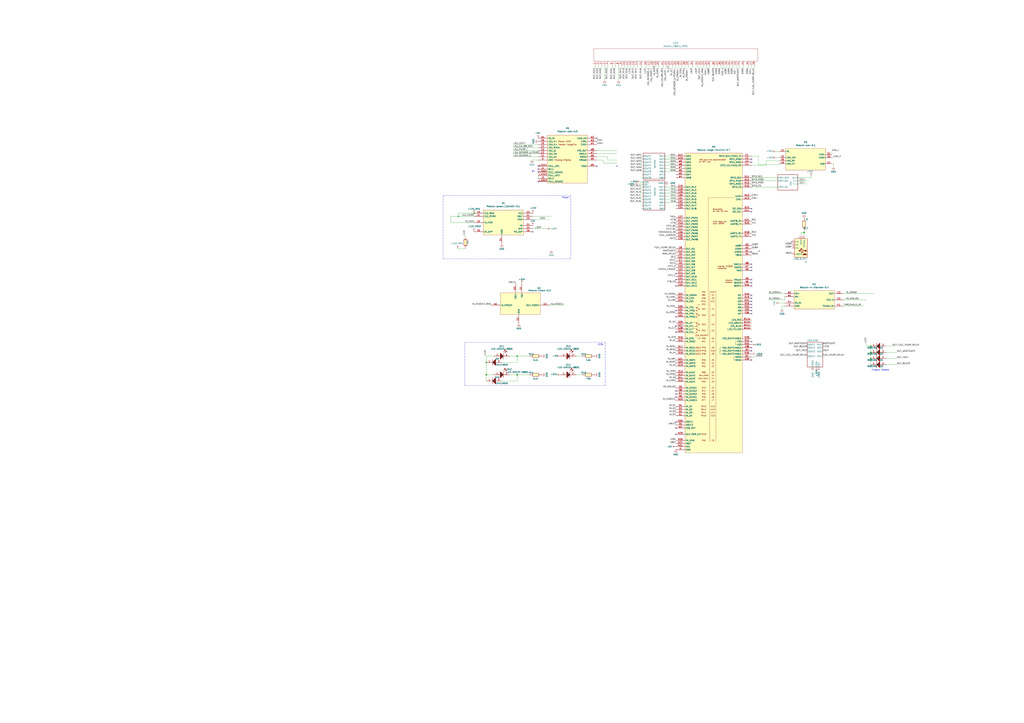
<source format=kicad_sch>
(kicad_sch (version 20231120) (generator "eeschema") (generator_version "8.0")
  (paper "A1")
  (junction (at 715.01 284.48))
  (junction (at 399.415 307.975) (diameter 1.016))
  (junction (at 376.555 177.8))
  (junction (at 660.4 191.135) (diameter 1.016))
  (junction (at 715.01 289.56))
  (junction (at 389.255 175.26))
  (junction (at 424.815 292.735) (diameter 1.016))
  (junction (at 715.01 294.64))
  (junction (at 399.415 297.815))
  (junction (at 424.815 307.975) (diameter 1.016))
  (no_connect (at 554.99 356.87))
  (no_connect (at 617.22 133.35))
  (no_connect (at 554.99 234.95))
  (no_connect (at 617.22 219.71))
  (no_connect (at 554.99 323.85))
  (no_connect (at 554.99 273.05))
  (no_connect (at 441.96 141.605))
  (no_connect (at 617.22 252.73))
  (no_connect (at 554.99 267.97))
  (no_connect (at 617.22 247.65))
  (no_connect (at 617.22 280.67))
  (no_connect (at 617.22 257.81))
  (no_connect (at 506.73 136.525))
  (no_connect (at 617.22 295.91))
  (no_connect (at 441.96 149.225))
  (no_connect (at 617.22 229.87))
  (no_connect (at 617.22 130.81))
  (no_connect (at 623.57 206.375))
  (no_connect (at 617.22 232.41))
  (no_connect (at 617.22 173.99))
  (no_connect (at 617.22 250.19))
  (no_connect (at 554.99 351.79))
  (no_connect (at 617.22 222.25))
  (no_connect (at 441.96 136.525))
  (no_connect (at 490.22 136.525))
  (no_connect (at 617.22 245.11))
  (no_connect (at 617.22 242.57))
  (no_connect (at 617.22 207.01))
  (no_connect (at 554.99 229.87))
  (no_connect (at 554.99 255.27))
  (no_connect (at 617.22 285.75))
  (no_connect (at 650.24 198.755))
  (no_connect (at 437.515 190.5))
  (no_connect (at 554.99 326.39))
  (no_connect (at 441.96 139.065))
  (no_connect (at 617.22 288.29))
  (no_connect (at 554.99 321.31))
  (no_connect (at 617.22 171.45))
  (no_connect (at 617.22 255.27))
  (no_connect (at 554.99 224.79))
  (no_connect (at 554.99 346.71))
  (no_connect (at 617.22 217.17))
  (no_connect (at 490.22 113.665))
  (no_connect (at 554.99 260.35))
  (no_connect (at 617.22 234.95))
  (wire (pts (xy 546.1 135.89) (xy 554.99 135.89)))
  (polyline (pts (xy 468.63 212.725) (xy 468.63 160.655)) (stroke (width 0) (type dash)))
  (wire (pts (xy 727.71 294.64) (xy 736.6 294.64)))
  (wire (pts (xy 727.71 299.72) (xy 736.6 299.72)))
  (wire (pts (xy 424.815 307.975) (xy 434.975 307.975)))
  (wire (pts (xy 644.525 243.84) (xy 644.525 246.38)))
  (wire (pts (xy 526.415 149.86) (xy 528.32 149.86)))
  (wire (pts (xy 421.64 118.745) (xy 441.96 118.745)))
  (wire (pts (xy 655.32 146.05) (xy 666.115 146.05)))
  (wire (pts (xy 510.54 53.975) (xy 510.54 55.88)))
  (wire (pts (xy 617.22 53.975) (xy 617.22 55.88)))
  (wire (pts (xy 376.555 175.26) (xy 389.255 175.26)))
  (wire (pts (xy 526.415 149.225) (xy 526.415 149.86)))
  (wire (pts (xy 577.85 53.975) (xy 577.85 55.88)))
  (wire (pts (xy 683.26 124.46) (xy 683.26 127)))
  (polyline (pts (xy 363.855 160.655) (xy 363.855 212.725)) (stroke (width 0) (type dash)))
  (wire (pts (xy 375.92 204.47) (xy 382.27 204.47)))
  (wire (pts (xy 631.19 246.38) (xy 644.525 246.38)))
  (wire (pts (xy 554.99 53.975) (xy 554.99 55.88)))
  (wire (pts (xy 629.285 132.08) (xy 629.285 135.89)))
  (wire (pts (xy 557.53 53.975) (xy 557.53 55.88)))
  (wire (pts (xy 715.01 294.64) (xy 716.28 294.64)))
  (wire (pts (xy 527.05 135.89) (xy 528.32 135.89)))
  (wire (pts (xy 637.54 129.54) (xy 640.08 129.54)))
  (wire (pts (xy 727.71 289.56) (xy 736.6 289.56)))
  (wire (pts (xy 660.4 191.135) (xy 660.4 193.675)))
  (polyline (pts (xy 468.63 160.655) (xy 363.855 160.655)) (stroke (width 0) (type dash)))
  (wire (pts (xy 642.239 251.46) (xy 642.239 254)))
  (wire (pts (xy 527.05 128.27) (xy 528.32 128.27)))
  (wire (pts (xy 421.64 123.825) (xy 441.96 123.825)))
  (wire (pts (xy 568.96 55.88) (xy 568.96 53.975)))
  (wire (pts (xy 546.1 163.83) (xy 554.99 163.83)))
  (wire (pts (xy 527.05 130.81) (xy 528.32 130.81)))
  (wire (pts (xy 520.7 53.975) (xy 520.7 55.88)))
  (wire (pts (xy 526.415 161.29) (xy 528.32 161.29)))
  (wire (pts (xy 541.02 53.975) (xy 541.02 55.88)))
  (wire (pts (xy 490.22 128.905) (xy 499.11 128.905)))
  (wire (pts (xy 586.74 53.975) (xy 586.74 55.88)))
  (wire (pts (xy 544.83 53.975) (xy 544.83 55.88)))
  (wire (pts (xy 502.92 53.975) (xy 502.92 55.88)))
  (wire (pts (xy 490.22 131.445) (xy 495.3 131.445)))
  (wire (pts (xy 546.1 133.35) (xy 554.99 133.35)))
  (wire (pts (xy 660.4 191.135) (xy 657.86 191.135)))
  (wire (pts (xy 525.78 149.225) (xy 526.415 149.225)))
  (wire (pts (xy 619.76 53.975) (xy 619.76 55.88)))
  (wire (pts (xy 399.415 292.735) (xy 399.415 297.815)))
  (wire (pts (xy 715.01 294.64) (xy 715.01 299.72)))
  (wire (pts (xy 617.22 153.67) (xy 638.81 153.67)))
  (wire (pts (xy 617.22 135.89) (xy 629.285 135.89)))
  (wire (pts (xy 527.05 151.765) (xy 528.32 151.765)))
  (wire (pts (xy 437.515 177.8) (xy 452.755 177.8)))
  (wire (pts (xy 614.68 53.975) (xy 614.68 55.88)))
  (wire (pts (xy 547.37 53.975) (xy 547.37 55.88)))
  (wire (pts (xy 572.77 53.975) (xy 572.77 55.88)))
  (wire (pts (xy 660.4 189.23) (xy 660.4 191.135)))
  (wire (pts (xy 683.26 129.54) (xy 684.53 129.54)))
  (wire (pts (xy 546.1 138.43) (xy 554.99 138.43)))
  (wire (pts (xy 513.08 53.975) (xy 513.08 55.88)))
  (wire (pts (xy 412.115 297.815) (xy 424.815 297.815)))
  (wire (pts (xy 530.86 53.975) (xy 530.86 55.88)))
  (wire (pts (xy 631.19 241.3) (xy 644.525 241.3)))
  (wire (pts (xy 644.525 251.46) (xy 642.239 251.46)))
  (wire (pts (xy 601.98 53.975) (xy 601.98 55.88)))
  (polyline (pts (xy 381.635 316.865) (xy 497.205 316.865)) (stroke (width 0) (type dash)))
  (wire (pts (xy 589.28 53.975) (xy 589.28 55.88)))
  (wire (pts (xy 490.22 126.365) (xy 506.73 126.365)))
  (wire (pts (xy 684.53 134.62) (xy 684.53 137.16)))
  (wire (pts (xy 389.255 182.88) (xy 370.205 182.88)))
  (wire (pts (xy 655.32 151.13) (xy 662.94 151.13)))
  (wire (pts (xy 421.64 128.905) (xy 441.96 128.905)))
  (wire (pts (xy 711.835 284.48) (xy 715.01 284.48)))
  (wire (pts (xy 496.57 53.975) (xy 496.57 66.04)))
  (wire (pts (xy 526.415 166.37) (xy 528.32 166.37)))
  (wire (pts (xy 424.815 292.735) (xy 418.465 292.735)))
  (wire (pts (xy 617.22 148.59) (xy 638.81 148.59)))
  (wire (pts (xy 591.82 53.975) (xy 591.82 55.88)))
  (wire (pts (xy 526.415 168.91) (xy 528.32 168.91)))
  (wire (pts (xy 424.815 297.815) (xy 424.815 292.735)))
  (wire (pts (xy 582.93 53.975) (xy 582.93 55.88)))
  (wire (pts (xy 617.22 146.05) (xy 638.81 146.05)))
  (wire (pts (xy 526.415 156.21) (xy 528.32 156.21)))
  (wire (pts (xy 560.07 53.975) (xy 560.07 55.88)))
  (wire (pts (xy 546.1 130.81) (xy 554.99 130.81)))
  (wire (pts (xy 527.05 53.975) (xy 527.05 55.88)))
  (wire (pts (xy 655.32 148.59) (xy 662.94 148.59)))
  (wire (pts (xy 692.785 251.46) (xy 709.295 251.46)))
  (wire (pts (xy 552.45 53.975) (xy 552.45 55.88)))
  (wire (pts (xy 515.62 53.975) (xy 515.62 55.88)))
  (wire (pts (xy 546.1 161.29) (xy 554.99 161.29)))
  (polyline (pts (xy 381.635 316.865) (xy 381.635 281.305)) (stroke (width 0) (type dash)))
  (wire (pts (xy 508 53.975) (xy 508 66.04)))
  (wire (pts (xy 546.1 128.27) (xy 554.99 128.27)))
  (wire (pts (xy 692.785 241.3) (xy 718.185 241.3)))
  (wire (pts (xy 424.815 313.055) (xy 424.815 307.975)))
  (wire (pts (xy 488.95 53.975) (xy 488.95 55.88)))
  (wire (pts (xy 599.44 53.975) (xy 599.44 55.88)))
  (wire (pts (xy 580.39 53.975) (xy 580.39 55.88)))
  (wire (pts (xy 617.22 128.27) (xy 622.935 128.27)))
  (wire (pts (xy 527.05 140.97) (xy 528.32 140.97)))
  (wire (pts (xy 405.765 292.735) (xy 399.415 292.735)))
  (wire (pts (xy 621.03 293.37) (xy 617.22 293.37)))
  (wire (pts (xy 421.64 126.365) (xy 441.96 126.365)))
  (wire (pts (xy 376.555 175.26) (xy 376.555 177.8)))
  (wire (pts (xy 424.815 307.975) (xy 418.465 307.975)))
  (wire (pts (xy 473.075 292.735) (xy 478.155 292.735)))
  (wire (pts (xy 546.1 158.75) (xy 554.99 158.75)))
  (wire (pts (xy 436.88 131.445) (xy 441.96 131.445)))
  (wire (pts (xy 405.765 307.975) (xy 399.415 307.975)))
  (wire (pts (xy 526.415 158.75) (xy 528.32 158.75)))
  (wire (pts (xy 546.1 166.37) (xy 554.99 166.37)))
  (wire (pts (xy 610.87 53.975) (xy 610.87 55.88)))
  (wire (pts (xy 437.515 180.34) (xy 450.215 180.34)))
  (polyline (pts (xy 497.205 281.305) (xy 497.205 316.865)) (stroke (width 0) (type dash)))
  (wire (pts (xy 692.785 246.38) (xy 711.835 246.38)))
  (wire (pts (xy 629.285 132.08) (xy 640.08 132.08)))
  (wire (pts (xy 527.05 133.35) (xy 528.32 133.35)))
  (wire (pts (xy 526.415 171.45) (xy 528.32 171.45)))
  (wire (pts (xy 546.1 156.21) (xy 554.99 156.21)))
  (wire (pts (xy 448.945 187.96) (xy 437.515 187.96)))
  (wire (pts (xy 399.415 297.815) (xy 399.415 307.975)))
  (wire (pts (xy 399.415 307.975) (xy 399.415 313.055)))
  (wire (pts (xy 711.835 282.575) (xy 711.835 284.48)))
  (polyline (pts (xy 381.635 281.305) (xy 497.205 281.305)) (stroke (width 0) (type dash)))
  (wire (pts (xy 518.16 53.975) (xy 518.16 55.88)))
  (wire (pts (xy 499.11 128.905) (xy 499.11 131.445)))
  (wire (pts (xy 473.075 307.975) (xy 478.155 307.975)))
  (polyline (pts (xy 363.855 212.725) (xy 468.63 212.725)) (stroke (width 0) (type dash)))
  (wire (pts (xy 607.06 53.975) (xy 607.06 55.88)))
  (wire (pts (xy 499.11 131.445) (xy 506.73 131.445)))
  (wire (pts (xy 441.96 144.145) (xy 441.96 146.685)))
  (wire (pts (xy 495.3 133.985) (xy 506.73 133.985)))
  (wire (pts (xy 596.9 53.975) (xy 596.9 55.88)))
  (wire (pts (xy 666.115 146.05) (xy 666.115 144.78)))
  (wire (pts (xy 526.415 153.67) (xy 528.32 153.67)))
  (wire (pts (xy 640.207 248.92) (xy 644.525 248.92)))
  (wire (pts (xy 499.11 53.975) (xy 499.11 55.88)))
  (wire (pts (xy 527.05 138.43) (xy 528.32 138.43)))
  (wire (pts (xy 490.22 123.825) (xy 506.73 123.825)))
  (wire (pts (xy 527.05 146.05) (xy 528.32 146.05)))
  (wire (pts (xy 562.61 53.975) (xy 562.61 55.88)))
  (wire (pts (xy 715.01 284.48) (xy 715.01 289.56)))
  (wire (pts (xy 565.15 53.975) (xy 565.15 55.88)))
  (wire (pts (xy 594.36 53.975) (xy 594.36 55.88)))
  (wire (pts (xy 683.26 134.62) (xy 684.53 134.62)))
  (wire (pts (xy 491.49 53.975) (xy 491.49 55.88)))
  (wire (pts (xy 727.71 284.48) (xy 732.79 284.48)))
  (wire (pts (xy 526.415 163.83) (xy 528.32 163.83)))
  (wire (pts (xy 421.64 121.285) (xy 441.96 121.285)))
  (wire (pts (xy 505.46 53.975) (xy 505.46 55.88)))
  (wire (pts (xy 640.08 135.255) (xy 640.08 134.62)))
  (wire (pts (xy 622.935 128.27) (xy 622.935 135.255)))
  (wire (pts (xy 523.24 53.975) (xy 523.24 55.88)))
  (wire (pts (xy 715.01 289.56) (xy 715.01 294.64)))
  (wire (pts (xy 546.1 153.67) (xy 554.99 153.67)))
  (wire (pts (xy 533.4 53.975) (xy 533.4 55.88)))
  (wire (pts (xy 424.815 292.735) (xy 434.975 292.735)))
  (wire (pts (xy 657.86 191.135) (xy 657.86 193.675)))
  (wire (pts (xy 370.205 182.88) (xy 370.205 177.8)))
  (wire (pts (xy 524.51 151.13) (xy 527.05 151.13)))
  (wire (pts (xy 370.205 177.8) (xy 376.555 177.8)))
  (wire (pts (xy 376.555 177.8) (xy 389.255 177.8)))
  (wire (pts (xy 495.3 131.445) (xy 495.3 133.985)))
  (wire (pts (xy 535.94 53.975) (xy 535.94 55.88)))
  (wire (pts (xy 451.485 250.825) (xy 462.915 250.825)))
  (wire (pts (xy 494.03 53.975) (xy 494.03 55.88)))
  (wire (pts (xy 527.05 151.13) (xy 527.05 151.765)))
  (wire (pts (xy 546.1 140.97) (xy 554.99 140.97)))
  (wire (pts (xy 604.52 53.975) (xy 604.52 55.88)))
  (wire (pts (xy 412.115 313.055) (xy 424.815 313.055)))
  (wire (pts (xy 637.54 124.46) (xy 640.08 124.46)))
  (wire (pts (xy 622.935 135.255) (xy 640.08 135.255)))
  (wire (pts (xy 575.31 55.88) (xy 575.31 53.975)))
  (wire (pts (xy 527.05 143.51) (xy 528.32 143.51)))
  (text "Flyback diodes" (at 715.772 304.8 0) (effects (font (size 1.27 1.27)) (justify left bottom)))
  (text "LEDs" (at 490.855 283.845 0) (effects (font (size 1.27 1.27)) (justify left bottom)))
  (text "#1" (at 439.42 141.605 0) (effects (font (size 1.27 1.27)) (justify right bottom)))
  (text "Power" (at 467.36 163.195 0) (effects (font (size 1.27 1.27)) (justify right bottom)))
  (label "+ETB" (at 675.64 285.75 0))
  (label "IGN2" (at 554.99 130.81 180))
  (label "IN_D4" (at 554.99 341.63 180))
  (label "V12_PERM" (at 389.255 177.8 180))
  (label "OUT_IGN6" (at 527.05 140.97 180))
  (label "IN_MAP2" (at 554.99 298.45 180))
  (label "CAN_H" (at 594.36 55.88 270))
  (label "EGT+" (at 656.59 148.59 0))
  (label "VREF2" (at 554.99 349.25 180))
  (label "IN_KNOCK1" (at 554.99 328.93 180))
  (label "EGT+" (at 617.22 55.88 270))
  (label "INJ4" (at 554.99 161.29 180))
  (label "IN_D3" (at 554.99 339.09 180))
  (label "IN_CRANK-" (at 565.15 55.88 270))
  (label "IDLE" (at 554.99 212.09 180))
  (label "IN_A4" (at 554.99 290.83 180))
  (label "IN_IAT" (at 554.99 265.43 180))
  (label "+5VP" (at 572.77 55.88 270))
  (label "GNDA" (at 610.87 55.88 270))
  (label "OUT_IGN5" (at 494.03 55.88 270))
  (label "IN_CRANK" (at 694.69 241.3 0))
  (label "IN_AFR" (at 554.99 278.13 180))
  (label "IN_CAM2" (at 554.99 313.69 180))
  (label "TX2" (at 617.22 194.31 0))
  (label "CAN+" (at 617.22 161.29 0))
  (label "INJ2" (at 554.99 156.21 180))
  (label "RX1" (at 617.22 181.61 0))
  (label "LSU_PUMP_I" (at 421.64 123.825 0))
  (label "IN_CAM1" (at 554.99 245.11 180))
  (label "IN_CRANK-" (at 642.112 246.38 180))
  (label "OUT_INJ2" (at 520.7 55.88 270))
  (label "TACH" (at 675.64 288.925 0))
  (label "OUT_FUEL_PUMP_RELAY" (at 732.79 284.48 0))
  (label "OUT_TACH" (at 736.6 294.64 0))
  (label "USBM" (at 582.93 55.88 270))
  (label "USBM" (at 650.24 201.295 180))
  (label "IN_TPS2" (at 554.99 306.07 180))
  (label "LSU_HEAT-" (at 547.37 55.88 270))
  (label "IN_MAF" (at 554.99 295.91 180))
  (label "IN_KNOCK1" (at 452.12 250.825 0))
  (label "OUT_WASTEGATE" (at 736.6 289.56 0))
  (label "SPI3_MISO" (at 617.22 148.59 0))
  (label "VIGN" (at 447.675 180.34 180))
  (label "SPI3_CS" (at 617.22 153.67 0))
  (label "VVT2_B1" (at 554.99 189.23 180))
  (label "OUT_BUZER" (at 736.6 299.72 0))
  (label "VVT2_B2" (at 554.99 186.69 180))
  (label "LSU_SENSOR_U{slash}PUMP_I" (at 554.99 55.88 270))
  (label "OUT_INJ1" (at 526.415 153.67 180))
  (label "INJ6" (at 554.99 166.37 180))
  (label "IN_TPS1" (at 560.07 55.88 270))
  (label "TACH" (at 554.99 179.07 180))
  (label "OUT_INJ2" (at 526.415 156.21 180))
  (label "LSU_PUMP_I" (at 535.94 55.88 270))
  (label "TX1" (at 617.22 184.15 0))
  (label "SPI3_MOSI" (at 617.22 151.13 0))
  (label "CAN-" (at 617.22 163.83 0))
  (label "OUT_IGN1" (at 488.95 55.88 270))
  (label "USBP" (at 650.24 203.835 180))
  (label "IN_KNOCK1_RAW" (at 403.225 250.825 180))
  (label "USBP" (at 596.9 55.88 270))
  (label "OUT_INJ6" (at 527.05 55.88 270))
  (label "MAIN_RELAY" (at 554.99 209.55 180))
  (label "LSU_HEAT-" (at 421.64 118.745 0))
  (label "THRESHOLD_VR" (at 692.785 251.46 0))
  (label "LSU_SENSOR_U" (at 421.64 128.905 0))
  (label "OUT_FUEL_PUMP_RELAY" (at 662.94 292.735 180))
  (label "VR_ANALOG" (at 694.563 246.38 0))
  (label "IGN3" (at 554.99 133.35 180))
  (label "OUT_FUEL_PUMP_RELAY" (at 619.76 55.88 270))
  (label "VR_ANALOG" (at 554.99 318.77 180))
  (label "OUT_INJ4" (at 526.415 161.29 180))
  (label "OUT_INJ4" (at 523.24 55.88 270))
  (label "IN_CLT" (at 552.45 55.88 270))
  (label "+ETB" (at 554.99 181.61 180))
  (label "OUT_IGN3" (at 491.49 55.88 270))
  (label "FUEL_PUMP_RELAY" (at 675.64 292.735 0))
  (label "IGN5" (at 554.99 138.43 180))
  (label "WASTEGATE" (at 554.99 207.01 180))
  (label "CAN_L" (at 683.26 124.46 0))
  (label "OUT_BUZER" (at 662.94 285.75 180))
  (label "+12V" (at 530.86 55.88 270))
  (label "IN_KNOCK1_RAW" (at 577.85 55.88 270))
  (label "VREF2" (at 423.545 233.045 180))
  (label "IN_D1" (at 554.99 334.01 180))
  (label "OUT1" (at 554.99 214.63 180))
  (label "IN_CRANK" (at 554.99 242.57 180))
  (label "IGN4" (at 554.99 135.89 180))
  (label "OUT_INJ5" (at 526.415 163.83 180))
  (label "OUT_INJ1" (at 510.54 55.88 270))
  (label "FUEL_CONSUM" (at 554.99 194.31 180))
  (label "VVT1_1" (at 554.99 227.33 180))
  (label "IN_CRANK+" (at 557.53 55.88 270))
  (label "CAN+" (at 490.22 118.745 0))
  (label "IN_PPS1" (at 562.61 55.88 270))
  (label "IN_RES2" (at 554.99 288.29 180))
  (label "LSU_SENSOR_U" (at 533.4 55.88 270))
  (label "VBUS" (at 617.22 209.55 0))
  (label "EGT-" (at 656.59 151.13 0))
  (label "IN_VSS" (at 554.99 247.65 180))
  (label "+5VP" (at 568.96 55.88 270))
  (label "OUT_INJ5" (at 515.62 55.88 270))
  (label "LSU_CALIBR_RES" (at 421.64 121.285 0))
  (label "+12V" (at 399.415 292.735 90))
  (label "+5VP" (at 444.5 187.96 180))
  (label "VVT1_2" (at 554.99 219.71 180))
  (label "FUEL_PUMP_RELAY" (at 554.99 204.47 180))
  (label "IN_A3" (at 554.99 311.15 180))
  (label "CAN-" (at 490.22 116.205 0))
  (label "IN_MAP2" (at 538.48 53.975 270))
  (label "IGN6" (at 554.99 140.97 180))
  (label "IN_CRANK+" (at 642.1767 241.3 180))
  (label "OUT_TACH" (at 662.94 288.925 180))
  (label "-ETB" (at 554.99 184.15 180))
  (label "IN_PPS2" (at 554.99 308.61 180))
  (label "GNDA" (at 589.28 55.88 270))
  (label "CAN_L" (at 580.39 55.88 270))
  (label "OUT3" (at 554.99 196.85 180))
  (label "EGT-" (at 604.52 55.88 270))
  (label "INJ1" (at 554.99 153.67 180))
  (label "OUT_IGN5" (at 527.05 138.43 180))
  (label "GNDA" (at 614.68 55.88 270))
  (label "WASTEGATE" (at 675.64 283.21 0))
  (label "GNDA" (at 599.44 55.88 270))
  (label "VBUS" (at 650.24 208.915 180))
  (label "SPI3_SCK" (at 617.22 146.05 0))
  (label "VBAT" (at 554.99 364.49 180))
  (label "IN_PPS1" (at 554.99 257.81 180))
  (label "OUT_BUZER" (at 586.74 55.88 270))
  (label "INJ5" (at 554.99 163.83 180))
  (label "IN_VIGN" (at 389.255 182.88 180))
  (label "IN_RES1" (at 554.99 285.75 180))
  (label "GNDA" (at 601.98 55.88 270))
  (label "INJ3" (at 554.99 158.75 180))
  (label "OUT_IGN3" (at 527.05 133.35 180))
  (label "LSU_SENSOR_U{slash}PUMP_I" (at 421.64 126.365 0))
  (label "RX2" (at 617.22 191.77 0))
  (label "OUT2" (at 554.99 217.17 180))
  (label "OUT_IGN6" (at 505.46 55.88 270))
  (label "CHECK_ENGINE" (at 554.99 222.25 180))
  (label "LSU_CALIBR_RES" (at 544.83 55.88 270))
  (label "USBM" (at 617.22 204.47 0))
  (label "OUT_WASTEGATE" (at 662.94 283.21 180))
  (label "OUT_IGN1" (at 527.05 128.27 180))
  (label "IN_A1" (at 554.99 280.67 180))
  (label "VIGN" (at 554.99 361.95 180))
  (label "THRESHOLD_VR" (at 554.99 191.77 180))
  (label "OUT_IGN2" (at 499.11 55.88 270))
  (label "GNDA" (at 591.82 55.88 270))
  (label "GNDA" (at 621.03 293.37 0))
  (label "ETB_EN" (at 554.99 232.41 180))
  (label "OUT_INJ3" (at 526.415 158.75 180))
  (label "OUT_IGN2" (at 527.05 130.81 180))
  (label "IGN1" (at 554.99 128.27 180))
  (label "IN_A2" (at 554.99 300.99 180))
  (label "IN_CLT" (at 554.99 270.51 180))
  (label "OUT_TACH" (at 575.31 55.88 270))
  (label "OUT_INJ3" (at 513.08 55.88 270))
  (label "USBP" (at 617.22 201.93 0))
  (label "IN_D2" (at 554.99 336.55 180))
  (label "CAN_H" (at 684.53 129.54 0))
  (label "IN_TPS1" (at 554.99 252.73 180))
  (label "OUT_IGN4" (at 502.92 55.88 270))
  (label "+12V" (at 382.27 194.31 90))
  (label "OUT_WASTEGATE" (at 607.06 55.88 270))
  (label "OUT_IGN4" (at 527.05 135.89 180))
  (label "OUT_INJ6" (at 526.415 166.37 180))
  (label "IN_CAM1" (at 541.02 55.88 270))
  (label "+12V" (at 711.835 282.575 90))
  (label "IN_IAT" (at 549.91 53.975 270))
  (label "+12V" (at 518.16 55.88 270))
  (symbol (lib_id "power:+5VA") (at 524.51 151.13 90) (unit 1)
    (property "Reference" "#PWR07" (effects (hide yes)))
    (property "Value" "+5VA" (at 518.16 151.13 90))
  )
  (symbol (lib_id "hellen-one-common:1N4148WS") (at 407.035 297.815 180) (unit 1)
    (property "Reference" "D9" (at 408.305 294.8748 0))
    (property "Value" "1N4148WS" (at 412.115 299.7135 0))
    (property "Footprint" "hellen-one-common:SOD-323" (effects (hide yes)))
    (property "LCSC" "C2128" (effects (hide yes)))
  )
  (symbol (lib_id "power:GND") (at 667.385 301.625 0) (unit 1)
    (property "Reference" "#PWR02" (effects (hide yes)))
    (property "Value" "GND" (at 667.4358 308.1084 90))
  )
  (symbol (lib_id "power:GND") (at 412.115 200.66 0) (unit 1)
    (property "Reference" "#PWR019" (effects (hide yes)))
    (property "Value" "GND" (at 412.1658 204.6034 0))
  )
  (symbol (lib_id "power:GND") (at 684.53 137.16 0) (mirror y) (unit 1)
    (property "Reference" "#PWR040" (effects (hide yes)))
    (property "Value" "GND" (at 684.4792 141.1034 0))
    (property "Description" "Power symbol creates a global label with name \"GND\" , ground" (effects (hide yes)))
  )
  (symbol (lib_id "hellen-one-common:LED") (at 465.455 292.735 0) (unit 1)
    (property "Reference" "D13" (at 466.725 284.4608 0))
    (property "Value" "LED-GREEN-0805" (at 466.725 286.7595 0))
    (property "Footprint" "hellen-one-common:LED-0805" (effects (hide yes)))
    (property "LCSC" "C2297" (effects (hide yes)))
  )
  (symbol (lib_id "hellen-one-common:1N4148WS") (at 722.63 289.56 180) (unit 1)
    (property "Reference" "D3" (at 724.154 290.83 0))
    (property "Value" "B5819W" (at 716.28 290.83 0))
    (property "Footprint" "hellen-one-common:SOD-123" (effects (hide yes)))
    (property "LCSC" "C8598" (effects (hide yes)))
  )
  (symbol (lib_id "power:GND") (at 546.1 150.495 90) (unit 1)
    (property "Reference" "#PWR048" (effects (hide yes)))
    (property "Value" "GND" (at 552.5834 150.4442 90))
  )
  (symbol (lib_id "power:+3V3") (at 670.56 301.625 180) (unit 1)
    (property "Reference" "#PWR03" (effects (hide yes)))
    (property "Value" "+3V3" (at 670.56 306.705 90))
  )
  (symbol (lib_id "hellen-one-common:Res") (at 434.975 292.735 0) (unit 1)
    (property "Reference" "R13" (at 436.245 291.0648 0))
    (property "Value" "5.1k" (at 440.055 295.9035 0))
    (property "Footprint" "hellen-one-common:R0603" (effects (hide yes)))
    (property "LCSC" "C23186" (effects (hide yes)))
  )
  (symbol (lib_id "power:GND") (at 441.96 116.205 270) (mirror x) (unit 1)
    (property "Reference" "#PWR047" (effects (hide yes)))
    (property "Value" "GND" (at 438.0166 116.1542 0))
  )
  (symbol (lib_id "hellen-one-common:LED") (at 465.455 307.975 0) (unit 1)
    (property "Reference" "D14" (at 466.725 299.7008 0))
    (property "Value" "LED-GREEN-0805" (at 466.725 301.9995 0))
    (property "Footprint" "hellen-one-common:LED-0805" (effects (hide yes)))
    (property "LCSC" "C2297" (effects (hide yes)))
  )
  (symbol (lib_id "power:+5V") (at 460.375 292.735 90) (unit 1)
    (property "Reference" "#PWR063" (effects (hide yes)))
    (property "Value" "+5V" (at 456.0506 292.3667 90))
  )
  (symbol (lib_id "hellen-one-common:+12V_RAW") (at 389.255 175.26 0) (unit 1)
    (property "Reference" "#PWR016" (effects (hide yes)))
    (property "Value" "+12V_RAW" (at 389.255 171.7126 0))
  )
  (symbol (lib_id "hellen-one-common:USB_B_Mini") (at 657.86 203.835 180) (unit 1)
    (property "Reference" "J4" (at 662.94 215.265 0) (effects (justify left)))
    (property "Value" "USB_B_Mini" (at 662.94 212.725 0) (effects (justify left)))
    (property "Footprint" "hellen-one-common:USB-MINI-B-VERTICAL" (effects (hide yes)))
    (property "LCSC" "C13453" (effects (hide yes)))
  )
  (symbol (lib_id "power:GND") (at 445.135 292.735 90) (unit 1)
    (property "Reference" "#PWR061" (effects (hide yes)))
    (property "Value" "GND" (at 449.0784 292.6842 0))
  )
  (symbol (lib_id "power:GND") (at 488.315 292.735 90) (unit 1)
    (property "Reference" "#PWR068" (effects (hide yes)))
    (property "Value" "GND" (at 492.2584 292.6842 0))
  )
  (symbol (lib_id "power:+5VA") (at 428.625 233.045 0) (unit 1)
    (property "Reference" "#PWR035" (effects (hide yes)))
    (property "Value" "+5VA" (at 428.625 229.4976 0))
  )
  (symbol (lib_id "power:+5V") (at 554.99 367.03 90) (mirror x) (unit 1)
    (property "Reference" "#PWR076" (effects (hide yes)))
    (property "Value" "+5V" (at 549.91 367.03 90))
  )
  (symbol (lib_id "hellen-one-knock-0.2:Module-knock-0.2") (at 410.845 240.665 0) (unit 1)
    (property "Reference" "M3" (at 442.595 236.855 0))
    (property "Value" "Module-knock-0.2" (at 443.23 238.76 0))
    (property "Footprint" "knock-0.2:knock" (effects (hide yes)))
  )
  (symbol (lib_id "power:+5VA") (at 617.22 290.83 270) (unit 1)
    (property "Reference" "#PWR083" (effects (hide yes)))
    (property "Value" "+5VA" (at 623.57 290.83 90))
  )
  (symbol (lib_id "power:GND") (at 554.99 369.57 0) (mirror y) (unit 1)
    (property "Reference" "#PWR077" (effects (hide yes)))
    (property "Value" "GND" (at 554.9392 373.5134 0))
  )
  (symbol (lib_id "power:GND") (at 496.57 66.04 0) (mirror y) (unit 1)
    (property "Reference" "#PWR025" (effects (hide yes)))
    (property "Value" "GND" (at 496.5192 69.9834 0))
  )
  (symbol (lib_id "hellen-one-common:Res") (at 434.975 307.975 0) (unit 1)
    (property "Reference" "R14" (at 436.245 306.3048 0))
    (property "Value" "5.1k" (at 440.055 311.1435 0))
    (property "Footprint" "hellen-one-common:R0603" (effects (hide yes)))
    (property "LCSC" "C23186" (effects (hide yes)))
  )
  (symbol (lib_id "power:+5VP") (at 448.945 187.96 270) (unit 1)
    (property "Reference" "#PWR022" (effects (hide yes)))
    (property "Value" "+5VP" (at 454.66 187.96 90))
  )
  (symbol (lib_id "power:+5V") (at 437.515 185.42 0) (unit 1)
    (property "Reference" "#PWR021" (effects (hide yes)))
    (property "Value" "+5V" (at 437.515 181.61 0))
  )
  (symbol (lib_id "hellen-one-common:+12V_PROT") (at 389.255 190.5 0) (mirror y) (unit 1)
    (property "Reference" "#PWR017" (effects (hide yes)))
    (property "Value" "+12V_PROT" (at 395.2367 186.0549 0) (effects (justify left)))
  )
  (symbol (lib_id "power:GND") (at 436.88 131.445 0) (mirror y) (unit 1)
    (property "Reference" "#PWR045" (effects (hide yes)))
    (property "Value" "GND" (at 436.8292 135.3884 0))
  )
  (symbol (lib_id "power:GND") (at 445.135 307.975 90) (unit 1)
    (property "Reference" "#PWR062" (effects (hide yes)))
    (property "Value" "GND" (at 449.0784 307.9242 0))
  )
  (symbol (lib_id "hellen-one-common:Fuse-Pad-Pad") (at 382.27 199.39 90) (mirror x) (unit 1)
    (property "Reference" "F10" (at 384.3021 200.66 0) (effects (font (size 1.016 1.016)) (justify right)))
    (property "Value" "Fuse-Pad-Pad" (effects (hide yes)))
    (property "Footprint" "hellen-one-common:PAD-1206-PAD" (effects (hide yes)))
    (property "LCSC" "C182446" (effects (hide yes)))
  )
  (symbol (lib_id "mega-mcu144:Module-mega-mcu144-0.7") (at 554.99 128.27 0) (unit 1)
    (property "Reference" "M9" (at 586.105 120.65 0))
    (property "Value" "Module-mega-mcu144-0.7" (at 586.105 123.19 0))
    (property "Footprint" "mega-144-07:mega-mcu144" (effects (hide yes)))
    (property "Description" "Hellen One MEGA_MCU144 Module" (effects (hide yes)))
    (property "PUBLISHER" "qwerty-off" (effects (hide yes)))
    (property "SUPPLIER PART NUMBER 1" "*" (effects (hide yes)))
    (property "SUPPLIER PART NUMBER 2" "*" (effects (hide yes)))
    (property "SUPPLIER 1" "Mouser" (effects (hide yes)))
    (property "SUPPLIER 2" "Digi-Key" (effects (hide yes)))
    (property "FITTED" "False" (effects (hide yes)))
    (property "SUPPLIER 3" "LCSC" (effects (hide yes)))
    (property "TYPE" "Module" (effects (hide yes)))
  )
  (symbol (lib_id "can:Module-can-0.1") (at 645.16 121.92 0) (unit 1)
    (property "Reference" "M6" (at 661.67 116.84 0))
    (property "Value" "Module-can-0.1" (at 661.67 119.38 0))
    (property "Footprint" "can-01:can" (effects (hide yes)))
    (property "Description" "Hellen-One CAN Module" (effects (hide yes)))
  )
  (symbol (lib_id "hellen-one-common:Res") (at 478.155 307.975 0) (unit 1)
    (property "Reference" "R16" (at 479.425 306.3048 0))
    (property "Value" "750" (at 483.235 311.1435 0))
    (property "Footprint" "hellen-one-common:R0603" (effects (hide yes)))
    (property "LCSC" "C23241" (effects (hide yes)))
  )
  (symbol (lib_id "power:+12V") (at 437.515 175.26 0) (unit 1)
    (property "Reference" "#PWR020" (effects (hide yes)))
    (property "Value" "+12V" (at 437.8833 170.9356 0))
  )
  (symbol (lib_id "hellen-one-common:Res") (at 478.155 292.735 0) (unit 1)
    (property "Reference" "R15" (at 479.425 291.0648 0))
    (property "Value" "1.6k" (at 483.235 295.9035 0))
    (property "Footprint" "hellen-one-common:R0603" (effects (hide yes)))
    (property "LCSC" "C22847" (effects (hide yes)))
  )
  (symbol (lib_id "hellen-one-common:1N4148WS") (at 722.63 284.48 180) (unit 1)
    (property "Reference" "D2" (at 724.154 285.75 0))
    (property "Value" "B5819W" (at 716.28 285.75 0))
    (property "Footprint" "hellen-one-common:SOD-123" (effects (hide yes)))
    (property "LCSC" "C8598" (effects (hide yes)))
  )
  (symbol (lib_id "power:GND") (at 660.4 179.07 180) (unit 1)
    (property "Reference" "#PWR075" (effects (hide yes)))
    (property "Value" "GND" (at 660.3492 175.1266 0))
  )
  (symbol (lib_id "hellen-one-common:LED") (at 410.845 292.735 0) (unit 1)
    (property "Reference" "D11" (at 412.115 284.4608 0))
    (property "Value" "LED-GREEN-0805" (at 412.115 286.7595 0))
    (property "Footprint" "hellen-one-common:LED-0805" (effects (hide yes)))
    (property "LCSC" "C2297" (effects (hide yes)))
  )
  (symbol (lib_id "power:+3.3VA") (at 637.54 129.54 90) (mirror x) (unit 1)
    (property "Reference" "#PWR039" (effects (hide yes)))
    (property "Value" "+3V3" (at 635 129.54 90) (effects (justify left)))
    (property "Description" "Power symbol creates a global label with name \"+3.3VA\"" (effects (hide yes)))
  )
  (symbol (lib_id "power:+5V") (at 640.207 248.92 90) (mirror x) (unit 1)
    (property "Reference" "#PWR027" (effects (hide yes)))
    (property "Value" "+5V" (at 635.8826 249.2883 0))
  )
  (symbol (lib_id "power:+3V3") (at 525.78 149.225 90) (unit 1)
    (property "Reference" "#PWR06" (effects (hide yes)))
    (property "Value" "+3V3" (at 520.7 149.225 90))
  )
  (symbol (lib_id "power:+3.3VA") (at 666.115 144.78 0) (unit 1)
    (property "Reference" "#PWR026" (effects (hide yes)))
    (property "Value" "+3V3" (at 662.305 140.97 0) (effects (justify left)))
    (property "Description" "Power symbol creates a global label with name \"+3.3VA\"" (effects (hide yes)))
  )
  (symbol (lib_id "power:+5VA") (at 637.54 124.46 90) (unit 1)
    (property "Reference" "#PWR038" (effects (hide yes)))
    (property "Value" "+5VA" (at 631.9456 124.0917 90))
    (property "Description" "Power symbol creates a global label with name \"+5VA\"" (effects (hide yes)))
  )
  (symbol (lib_id "power:GND") (at 452.755 205.74 0) (unit 1)
    (property "Reference" "#PWR023" (effects (hide yes)))
    (property "Value" "GND" (at 452.8058 209.6834 0))
  )
  (symbol (lib_id "power_12and5V-0.1:Module-power_12and5V-0.1") (at 396.875 172.72 0) (unit 1)
    (property "Reference" "M1" (at 413.385 167.005 0))
    (property "Value" "Module-power_12and5V-0.1" (at 413.385 169.545 0))
    (property "Footprint" "power-12-5v-0.1:power_12and5V" (effects (hide yes)))
  )
  (symbol (lib_id "hellen-one-common:Res") (at 660.4 189.23 270) (mirror x) (unit 1)
    (property "Reference" "R17" (at 661.8618 187.718 90))
    (property "Value" "0" (at 662.7398 180.2945 90))
    (property "Footprint" "hellen-one-common:R0603" (effects (hide yes)))
    (property "LCSC" "C21189" (effects (hide yes)))
  )
  (symbol (lib_id "power:+5V") (at 441.96 113.665 0) (mirror y) (unit 1)
    (property "Reference" "#PWR046" (effects (hide yes)))
    (property "Value" "+5V" (at 441.5917 109.3406 0))
  )
  (symbol (lib_id "vr-discrete-0.4:Module-vr-discrete-0.4") (at 652.145 238.76 0) (unit 1)
    (property "Reference" "M2" (at 668.655 233.68 0))
    (property "Value" "Module-vr-discrete-0.4" (at 668.655 236.22 0))
    (property "Footprint" "vr-discrete-0.4:vr-discrete" (effects (hide yes)))
  )
  (symbol (lib_id "hellen-one-common:1N4148WS") (at 722.63 299.72 180) (unit 1)
    (property "Reference" "D5" (at 724.154 300.99 0))
    (property "Value" "B5819W" (at 716.28 300.99 0))
    (property "Footprint" "hellen-one-common:SOD-123" (effects (hide yes)))
    (property "LCSC" "C8598" (effects (hide yes)))
  )
  (symbol (lib_id "power:+5VA") (at 672.465 301.625 180) (unit 1)
    (property "Reference" "#PWR05" (effects (hide yes)))
    (property "Value" "+5VA" (at 672.465 307.975 90))
  )
  (symbol (lib_id "power:GND") (at 508 66.04 0) (mirror y) (unit 1)
    (property "Reference" "#PWR051" (effects (hide yes)))
    (property "Value" "GND" (at 507.9492 69.9834 0))
  )
  (symbol (lib_id "power:GND") (at 488.315 307.975 90) (unit 1)
    (property "Reference" "#PWR069" (effects (hide yes)))
    (property "Value" "GND" (at 492.2584 307.9242 0))
  )
  (symbol (lib_id "power:+3V3") (at 617.22 283.21 270) (unit 1)
    (property "Reference" "#PWR082" (effects (hide yes)))
    (property "Value" "+3V3" (at 622.3 283.21 90))
  )
  (symbol (lib_id "rusefi_Molex_MRE_Connector:molex_48pin_MRE") (at 565.15 67.945 90) (unit 1)
    (property "Reference" "U1" (at 554.863 35.2552 90) (effects (font (size 1.524 1.524))))
    (property "Value" "molex_48pin_MRE" (at 554.863 37.9476 90) (effects (font (size 1.524 1.524))))
    (property "Footprint" "conector-mre48:Molex_48_MRE" (effects (hide yes)))
    (property "Manufacturer" "MOLEX" (effects (hide yes)))
    (property "Part #" "500762-0481" (effects (hide yes)))
    (property "VEND" "DIGI" (effects (hide yes)))
    (property "VEND#" "WM4430-ND" (effects (hide yes)))
  )
  (symbol (lib_id "power:GND") (at 426.085 266.065 0) (unit 1)
    (property "Reference" "#PWR034" (effects (hide yes)))
    (property "Value" "GND" (at 426.1358 270.0084 0))
  )
  (symbol (lib_id "hellen-one-wbo-0.5:Module-wbo-0.5") (at 482.6 111.125 0) (mirror y) (unit 1)
    (property "Reference" "M5" (at 466.09 105.41 0))
    (property "Value" "Module-wbo-0.5" (at 466.09 107.95 0))
    (property "Footprint" "wbo-0.5:wbo" (effects (hide yes)))
  )
  (symbol (lib_id "hellen-one-common:1N4148WS") (at 722.63 294.64 180) (unit 1)
    (property "Reference" "D4" (at 724.154 295.91 0))
    (property "Value" "B5819W" (at 716.28 295.91 0))
    (property "Footprint" "hellen-one-common:SOD-123" (effects (hide yes)))
    (property "LCSC" "C8598" (effects (hide yes)))
  )
  (symbol (lib_id "power:+3V3") (at 460.375 307.975 90) (unit 1)
    (property "Reference" "#PWR064" (effects (hide yes)))
    (property "Value" "+3V3" (at 454.7806 307.6067 90))
  )
  (symbol (lib_id "hellen-one-common:1N4148WS") (at 407.035 313.055 180) (unit 1)
    (property "Reference" "D10" (at 408.305 310.1148 0))
    (property "Value" "1N4148WS" (at 412.115 314.9535 0))
    (property "Footprint" "hellen-one-common:SOD-323" (effects (hide yes)))
    (property "LCSC" "C2128" (effects (hide yes)))
  )
  (symbol (lib_id "hellen-one-common:LED") (at 410.845 307.975 0) (unit 1)
    (property "Reference" "D12" (at 418.465 303.5108 0))
    (property "Value" "LED-GREEN-0805" (at 424.815 305.8095 0))
    (property "Footprint" "hellen-one-common:LED-0805" (effects (hide yes)))
    (property "LCSC" "C2297" (effects (hide yes)))
  )
  (symbol (lib_id "hellen-one-common:+12V_RAW") (at 375.92 204.47 0) (unit 1)
    (property "Reference" "#PWR08" (effects (hide yes)))
    (property "Value" "+12V_RAW" (at 375.285 200.025 0))
  )
  (symbol (lib_id "power:GND") (at 642.239 254 0) (unit 1)
    (property "Reference" "#PWR028" (effects (hide yes)))
    (property "Value" "GND" (at 642.2898 257.9434 0))
  )
  (sheet (at 662.94 281.305) (size 12.7 20.32) (stroke (width 0.1524))
    (property "Sheetname" "LOW_SIDE" (at 662.94 280.5934 0) (effects (justify left bottom)))
    (property "Sheetfile" "LOW_SIDE.kicad_sch" (effects (hide yes)))
    (pin "OUT1" output (at 662.94 283.21 180))
    (pin "OUT4" output (at 662.94 292.735 180))
    (pin "OUT3" output (at 662.94 288.925 180))
    (pin "GND" input (at 667.385 301.625 270))
    (pin "OUT2" output (at 662.94 285.75 180))
    (pin "33v" input (at 670.56 301.625 270))
    (pin "5v" input (at 672.465 301.625 270))
    (pin "IN1" input (at 675.64 283.21 0))
    (pin "IN2" input (at 675.64 285.75 0))
    (pin "IN4" input (at 675.64 292.735 0))
    (pin "IN3" input (at 675.64 288.925 0))
  )
  (sheet (at 638.81 143.51) (size 16.51 12.7) (stroke (width 0.1524))
    (property "Sheetname" "EGT" (at 650.24 152.4 90) (effects (justify left bottom)))
    (property "Sheetfile" "egt.kicad_sch" (effects (hide yes)))
    (pin "Vcc" input (at 655.32 146.05 0))
    (pin "SPI_SO" output (at 638.81 148.59 180))
    (pin "SPI_CS" input (at 638.81 153.67 180))
    (pin "SPI_SCK" input (at 638.81 146.05 180))
    (pin "T-" input (at 655.32 151.13 0))
    (pin "T+" input (at 655.32 148.59 0))
  )
  (sheet (at 528.32 148.59) (size 17.78 24.13) (stroke (width 0.1524))
    (property "Sheetname" "Injector" (at 538.48 161.29 90) (effects (justify left bottom)))
    (property "Sheetfile" "INJ6.kicad_sch" (effects (hide yes)))
    (pin "OUT3" output (at 528.32 158.75 180))
    (pin "OUT2" output (at 528.32 156.21 180))
    (pin "OUT1" output (at 528.32 153.67 180))
    (pin "IN1" input (at 546.1 153.67 0))
    (pin "IN2" input (at 546.1 156.21 0))
    (pin "IN6" input (at 546.1 166.37 0))
    (pin "IN5" input (at 546.1 163.83 0))
    (pin "OUT4" output (at 528.32 161.29 180))
    (pin "IN4" input (at 546.1 161.29 0))
    (pin "OUT6" output (at 528.32 166.37 180))
    (pin "IN3" input (at 546.1 158.75 0))
    (pin "OUT5" output (at 528.32 163.83 180))
    (pin "IN7" input (at 546.1 168.91 0))
    (pin "IN8" input (at 546.1 171.45 0))
    (pin "OUT7" output (at 528.32 168.91 180))
    (pin "OUT8" output (at 528.32 171.45 180))
    (pin "33v" input (at 528.32 149.86 180))
    (pin "5v" input (at 528.32 151.765 180))
    (pin "GND" input (at 546.1 150.495 0))
  )
  (sheet (at 528.32 125.73) (size 17.78 21.59) (stroke (width 0.1524))
    (property "Sheetname" "Ignition" (at 538.48 138.43 90) (effects (justify left bottom)))
    (property "Sheetfile" "IGN6.kicad_sch" (effects (hide yes)))
    (pin "OUT5" output (at 528.32 138.43 180))
    (pin "IN1" input (at 546.1 128.27 0))
    (pin "OUT4" output (at 528.32 135.89 180))
    (pin "IN4" input (at 546.1 135.89 0))
    (pin "OUT3" output (at 528.32 133.35 180))
    (pin "OUT2" output (at 528.32 130.81 180))
    (pin "OUT1" output (at 528.32 128.27 180))
    (pin "IN6" input (at 546.1 140.97 0))
    (pin "IN5" input (at 546.1 138.43 0))
    (pin "OUT6" output (at 528.32 140.97 180))
    (pin "IN2" input (at 546.1 130.81 0))
    (pin "IN3" input (at 546.1 133.35 0))
    (pin "OUT7" output (at 528.32 143.51 180))
    (pin "OUT8" output (at 528.32 146.05 180))
    (pin "IN7" input (at 546.1 143.51 0))
    (pin "IN8" input (at 546.1 146.05 0))
  )
)
</source>
